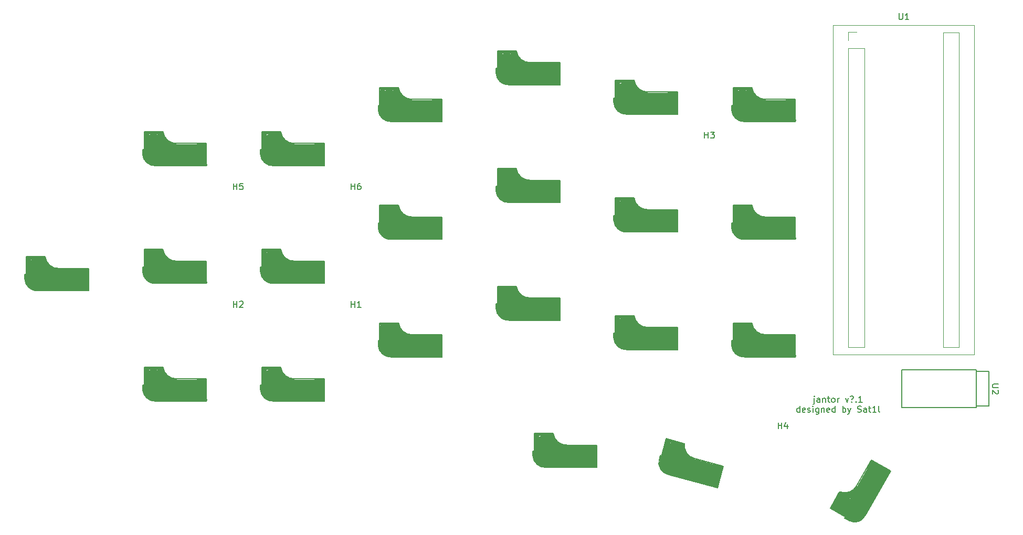
<source format=gto>
G04 #@! TF.GenerationSoftware,KiCad,Pcbnew,(6.0.7-1)-1*
G04 #@! TF.CreationDate,2022-12-09T12:24:09+10:00*
G04 #@! TF.ProjectId,jantor,6a616e74-6f72-42e6-9b69-6361645f7063,rev?*
G04 #@! TF.SameCoordinates,Original*
G04 #@! TF.FileFunction,Legend,Top*
G04 #@! TF.FilePolarity,Positive*
%FSLAX46Y46*%
G04 Gerber Fmt 4.6, Leading zero omitted, Abs format (unit mm)*
G04 Created by KiCad (PCBNEW (6.0.7-1)-1) date 2022-12-09 12:24:09*
%MOMM*%
%LPD*%
G01*
G04 APERTURE LIST*
%ADD10C,0.150000*%
%ADD11C,0.500000*%
%ADD12C,0.400000*%
%ADD13C,3.000000*%
%ADD14C,0.800000*%
%ADD15C,3.500000*%
%ADD16C,0.300000*%
%ADD17C,1.000000*%
%ADD18C,0.120000*%
G04 APERTURE END LIST*
D10*
X7424107Y-51230714D02*
X7424107Y-52087857D01*
X7376488Y-52183095D01*
X7281250Y-52230714D01*
X7233630Y-52230714D01*
X7424107Y-50897380D02*
X7376488Y-50945000D01*
X7424107Y-50992619D01*
X7471726Y-50945000D01*
X7424107Y-50897380D01*
X7424107Y-50992619D01*
X8328869Y-51897380D02*
X8328869Y-51373571D01*
X8281250Y-51278333D01*
X8186011Y-51230714D01*
X7995535Y-51230714D01*
X7900297Y-51278333D01*
X8328869Y-51849761D02*
X8233630Y-51897380D01*
X7995535Y-51897380D01*
X7900297Y-51849761D01*
X7852678Y-51754523D01*
X7852678Y-51659285D01*
X7900297Y-51564047D01*
X7995535Y-51516428D01*
X8233630Y-51516428D01*
X8328869Y-51468809D01*
X8805059Y-51230714D02*
X8805059Y-51897380D01*
X8805059Y-51325952D02*
X8852678Y-51278333D01*
X8947916Y-51230714D01*
X9090773Y-51230714D01*
X9186011Y-51278333D01*
X9233630Y-51373571D01*
X9233630Y-51897380D01*
X9566964Y-51230714D02*
X9947916Y-51230714D01*
X9709821Y-50897380D02*
X9709821Y-51754523D01*
X9757440Y-51849761D01*
X9852678Y-51897380D01*
X9947916Y-51897380D01*
X10424107Y-51897380D02*
X10328869Y-51849761D01*
X10281250Y-51802142D01*
X10233630Y-51706904D01*
X10233630Y-51421190D01*
X10281250Y-51325952D01*
X10328869Y-51278333D01*
X10424107Y-51230714D01*
X10566964Y-51230714D01*
X10662202Y-51278333D01*
X10709821Y-51325952D01*
X10757440Y-51421190D01*
X10757440Y-51706904D01*
X10709821Y-51802142D01*
X10662202Y-51849761D01*
X10566964Y-51897380D01*
X10424107Y-51897380D01*
X11186011Y-51897380D02*
X11186011Y-51230714D01*
X11186011Y-51421190D02*
X11233630Y-51325952D01*
X11281250Y-51278333D01*
X11376488Y-51230714D01*
X11471726Y-51230714D01*
X12471726Y-51230714D02*
X12709821Y-51897380D01*
X12947916Y-51230714D01*
X13471726Y-51802142D02*
X13519345Y-51849761D01*
X13471726Y-51897380D01*
X13424107Y-51849761D01*
X13471726Y-51802142D01*
X13471726Y-51897380D01*
X13281250Y-50945000D02*
X13376488Y-50897380D01*
X13614583Y-50897380D01*
X13709821Y-50945000D01*
X13757440Y-51040238D01*
X13757440Y-51135476D01*
X13709821Y-51230714D01*
X13662202Y-51278333D01*
X13566964Y-51325952D01*
X13519345Y-51373571D01*
X13471726Y-51468809D01*
X13471726Y-51516428D01*
X14186011Y-51802142D02*
X14233630Y-51849761D01*
X14186011Y-51897380D01*
X14138392Y-51849761D01*
X14186011Y-51802142D01*
X14186011Y-51897380D01*
X15186011Y-51897380D02*
X14614583Y-51897380D01*
X14900297Y-51897380D02*
X14900297Y-50897380D01*
X14805059Y-51040238D01*
X14709821Y-51135476D01*
X14614583Y-51183095D01*
X5090773Y-53507380D02*
X5090773Y-52507380D01*
X5090773Y-53459761D02*
X4995535Y-53507380D01*
X4805059Y-53507380D01*
X4709821Y-53459761D01*
X4662202Y-53412142D01*
X4614583Y-53316904D01*
X4614583Y-53031190D01*
X4662202Y-52935952D01*
X4709821Y-52888333D01*
X4805059Y-52840714D01*
X4995535Y-52840714D01*
X5090773Y-52888333D01*
X5947916Y-53459761D02*
X5852678Y-53507380D01*
X5662202Y-53507380D01*
X5566964Y-53459761D01*
X5519345Y-53364523D01*
X5519345Y-52983571D01*
X5566964Y-52888333D01*
X5662202Y-52840714D01*
X5852678Y-52840714D01*
X5947916Y-52888333D01*
X5995535Y-52983571D01*
X5995535Y-53078809D01*
X5519345Y-53174047D01*
X6376488Y-53459761D02*
X6471726Y-53507380D01*
X6662202Y-53507380D01*
X6757440Y-53459761D01*
X6805059Y-53364523D01*
X6805059Y-53316904D01*
X6757440Y-53221666D01*
X6662202Y-53174047D01*
X6519345Y-53174047D01*
X6424107Y-53126428D01*
X6376488Y-53031190D01*
X6376488Y-52983571D01*
X6424107Y-52888333D01*
X6519345Y-52840714D01*
X6662202Y-52840714D01*
X6757440Y-52888333D01*
X7233630Y-53507380D02*
X7233630Y-52840714D01*
X7233630Y-52507380D02*
X7186011Y-52555000D01*
X7233630Y-52602619D01*
X7281250Y-52555000D01*
X7233630Y-52507380D01*
X7233630Y-52602619D01*
X8138392Y-52840714D02*
X8138392Y-53650238D01*
X8090773Y-53745476D01*
X8043154Y-53793095D01*
X7947916Y-53840714D01*
X7805059Y-53840714D01*
X7709821Y-53793095D01*
X8138392Y-53459761D02*
X8043154Y-53507380D01*
X7852678Y-53507380D01*
X7757440Y-53459761D01*
X7709821Y-53412142D01*
X7662202Y-53316904D01*
X7662202Y-53031190D01*
X7709821Y-52935952D01*
X7757440Y-52888333D01*
X7852678Y-52840714D01*
X8043154Y-52840714D01*
X8138392Y-52888333D01*
X8614583Y-52840714D02*
X8614583Y-53507380D01*
X8614583Y-52935952D02*
X8662202Y-52888333D01*
X8757440Y-52840714D01*
X8900297Y-52840714D01*
X8995535Y-52888333D01*
X9043154Y-52983571D01*
X9043154Y-53507380D01*
X9900297Y-53459761D02*
X9805059Y-53507380D01*
X9614583Y-53507380D01*
X9519345Y-53459761D01*
X9471726Y-53364523D01*
X9471726Y-52983571D01*
X9519345Y-52888333D01*
X9614583Y-52840714D01*
X9805059Y-52840714D01*
X9900297Y-52888333D01*
X9947916Y-52983571D01*
X9947916Y-53078809D01*
X9471726Y-53174047D01*
X10805059Y-53507380D02*
X10805059Y-52507380D01*
X10805059Y-53459761D02*
X10709821Y-53507380D01*
X10519345Y-53507380D01*
X10424107Y-53459761D01*
X10376488Y-53412142D01*
X10328869Y-53316904D01*
X10328869Y-53031190D01*
X10376488Y-52935952D01*
X10424107Y-52888333D01*
X10519345Y-52840714D01*
X10709821Y-52840714D01*
X10805059Y-52888333D01*
X12043154Y-53507380D02*
X12043154Y-52507380D01*
X12043154Y-52888333D02*
X12138392Y-52840714D01*
X12328869Y-52840714D01*
X12424107Y-52888333D01*
X12471726Y-52935952D01*
X12519345Y-53031190D01*
X12519345Y-53316904D01*
X12471726Y-53412142D01*
X12424107Y-53459761D01*
X12328869Y-53507380D01*
X12138392Y-53507380D01*
X12043154Y-53459761D01*
X12852678Y-52840714D02*
X13090773Y-53507380D01*
X13328869Y-52840714D02*
X13090773Y-53507380D01*
X12995535Y-53745476D01*
X12947916Y-53793095D01*
X12852678Y-53840714D01*
X14424107Y-53459761D02*
X14566964Y-53507380D01*
X14805059Y-53507380D01*
X14900297Y-53459761D01*
X14947916Y-53412142D01*
X14995535Y-53316904D01*
X14995535Y-53221666D01*
X14947916Y-53126428D01*
X14900297Y-53078809D01*
X14805059Y-53031190D01*
X14614583Y-52983571D01*
X14519345Y-52935952D01*
X14471726Y-52888333D01*
X14424107Y-52793095D01*
X14424107Y-52697857D01*
X14471726Y-52602619D01*
X14519345Y-52555000D01*
X14614583Y-52507380D01*
X14852678Y-52507380D01*
X14995535Y-52555000D01*
X15852678Y-53507380D02*
X15852678Y-52983571D01*
X15805059Y-52888333D01*
X15709821Y-52840714D01*
X15519345Y-52840714D01*
X15424107Y-52888333D01*
X15852678Y-53459761D02*
X15757440Y-53507380D01*
X15519345Y-53507380D01*
X15424107Y-53459761D01*
X15376488Y-53364523D01*
X15376488Y-53269285D01*
X15424107Y-53174047D01*
X15519345Y-53126428D01*
X15757440Y-53126428D01*
X15852678Y-53078809D01*
X16186011Y-52840714D02*
X16566964Y-52840714D01*
X16328869Y-52507380D02*
X16328869Y-53364523D01*
X16376488Y-53459761D01*
X16471726Y-53507380D01*
X16566964Y-53507380D01*
X17424107Y-53507380D02*
X16852678Y-53507380D01*
X17138392Y-53507380D02*
X17138392Y-52507380D01*
X17043154Y-52650238D01*
X16947916Y-52745476D01*
X16852678Y-52793095D01*
X17995535Y-53507380D02*
X17900297Y-53459761D01*
X17852678Y-53364523D01*
X17852678Y-52507380D01*
X-67261904Y-17577380D02*
X-67261904Y-16577380D01*
X-67261904Y-17053571D02*
X-66690476Y-17053571D01*
X-66690476Y-17577380D02*
X-66690476Y-16577380D01*
X-65785714Y-16577380D02*
X-65976190Y-16577380D01*
X-66071428Y-16625000D01*
X-66119047Y-16672619D01*
X-66214285Y-16815476D01*
X-66261904Y-17005952D01*
X-66261904Y-17386904D01*
X-66214285Y-17482142D01*
X-66166666Y-17529761D01*
X-66071428Y-17577380D01*
X-65880952Y-17577380D01*
X-65785714Y-17529761D01*
X-65738095Y-17482142D01*
X-65690476Y-17386904D01*
X-65690476Y-17148809D01*
X-65738095Y-17053571D01*
X-65785714Y-17005952D01*
X-65880952Y-16958333D01*
X-66071428Y-16958333D01*
X-66166666Y-17005952D01*
X-66214285Y-17053571D01*
X-66261904Y-17148809D01*
X21108095Y10888869D02*
X21108095Y10079345D01*
X21155714Y9984107D01*
X21203333Y9936488D01*
X21298571Y9888869D01*
X21489047Y9888869D01*
X21584285Y9936488D01*
X21631904Y9984107D01*
X21679523Y10079345D01*
X21679523Y10888869D01*
X22679523Y9888869D02*
X22108095Y9888869D01*
X22393809Y9888869D02*
X22393809Y10888869D01*
X22298571Y10746011D01*
X22203333Y10650773D01*
X22108095Y10603154D01*
X1613095Y-56171130D02*
X1613095Y-55171130D01*
X1613095Y-55647321D02*
X2184523Y-55647321D01*
X2184523Y-56171130D02*
X2184523Y-55171130D01*
X3089285Y-55504464D02*
X3089285Y-56171130D01*
X2851190Y-55123511D02*
X2613095Y-55837797D01*
X3232142Y-55837797D01*
X-86261904Y-17577380D02*
X-86261904Y-16577380D01*
X-86261904Y-17053571D02*
X-85690476Y-17053571D01*
X-85690476Y-17577380D02*
X-85690476Y-16577380D01*
X-84738095Y-16577380D02*
X-85214285Y-16577380D01*
X-85261904Y-17053571D01*
X-85214285Y-17005952D01*
X-85119047Y-16958333D01*
X-84880952Y-16958333D01*
X-84785714Y-17005952D01*
X-84738095Y-17053571D01*
X-84690476Y-17148809D01*
X-84690476Y-17386904D01*
X-84738095Y-17482142D01*
X-84785714Y-17529761D01*
X-84880952Y-17577380D01*
X-85119047Y-17577380D01*
X-85214285Y-17529761D01*
X-85261904Y-17482142D01*
X-86261904Y-36577380D02*
X-86261904Y-35577380D01*
X-86261904Y-36053571D02*
X-85690476Y-36053571D01*
X-85690476Y-36577380D02*
X-85690476Y-35577380D01*
X-85261904Y-35672619D02*
X-85214285Y-35625000D01*
X-85119047Y-35577380D01*
X-84880952Y-35577380D01*
X-84785714Y-35625000D01*
X-84738095Y-35672619D01*
X-84690476Y-35767857D01*
X-84690476Y-35863095D01*
X-84738095Y-36005952D01*
X-85309523Y-36577380D01*
X-84690476Y-36577380D01*
X37160119Y-48975595D02*
X36350595Y-48975595D01*
X36255357Y-49023214D01*
X36207738Y-49070833D01*
X36160119Y-49166071D01*
X36160119Y-49356547D01*
X36207738Y-49451785D01*
X36255357Y-49499404D01*
X36350595Y-49547023D01*
X37160119Y-49547023D01*
X37064880Y-49975595D02*
X37112500Y-50023214D01*
X37160119Y-50118452D01*
X37160119Y-50356547D01*
X37112500Y-50451785D01*
X37064880Y-50499404D01*
X36969642Y-50547023D01*
X36874404Y-50547023D01*
X36731547Y-50499404D01*
X36160119Y-49927976D01*
X36160119Y-50547023D01*
X-10261904Y-9264880D02*
X-10261904Y-8264880D01*
X-10261904Y-8741071D02*
X-9690476Y-8741071D01*
X-9690476Y-9264880D02*
X-9690476Y-8264880D01*
X-9309523Y-8264880D02*
X-8690476Y-8264880D01*
X-9023809Y-8645833D01*
X-8880952Y-8645833D01*
X-8785714Y-8693452D01*
X-8738095Y-8741071D01*
X-8690476Y-8836309D01*
X-8690476Y-9074404D01*
X-8738095Y-9169642D01*
X-8785714Y-9217261D01*
X-8880952Y-9264880D01*
X-9166666Y-9264880D01*
X-9261904Y-9217261D01*
X-9309523Y-9169642D01*
X-67261904Y-36577380D02*
X-67261904Y-35577380D01*
X-67261904Y-36053571D02*
X-66690476Y-36053571D01*
X-66690476Y-36577380D02*
X-66690476Y-35577380D01*
X-65690476Y-36577380D02*
X-66261904Y-36577380D01*
X-65976190Y-36577380D02*
X-65976190Y-35577380D01*
X-66071428Y-35720238D01*
X-66166666Y-35815476D01*
X-66261904Y-35863095D01*
D11*
X-5450000Y-20300000D02*
X-3000000Y-20300000D01*
X4200000Y-22250000D02*
X2900000Y-22300000D01*
D10*
X-400000Y-22000000D02*
X4400000Y-22000000D01*
X4400000Y-25600000D02*
X-3800001Y-25600000D01*
D12*
X4250000Y-25400000D02*
X3000000Y-25400000D01*
D13*
X-4170000Y-24100000D02*
X-4170000Y-21860000D01*
D14*
X-5300000Y-20600000D02*
X-5300000Y-22399999D01*
D10*
X4380000Y-23000000D02*
X4380000Y-25250000D01*
X-5900000Y-22950000D02*
X-5700000Y-22950000D01*
D15*
X2600000Y-23800000D02*
X-4100000Y-23800000D01*
D10*
X4400000Y-22000000D02*
X4400000Y-25600000D01*
D16*
X-5800000Y-23050000D02*
X-5800000Y-23700000D01*
D10*
X-5650000Y-20100000D02*
X-2620000Y-20100000D01*
X-5900000Y-23700000D02*
X-5900000Y-22950000D01*
D17*
X3900000Y-25000000D02*
X3900000Y-22500000D01*
D10*
X-5650000Y-24550000D02*
X-5650000Y-20100000D01*
X-2616318Y-20121471D02*
G75*
G03*
X-400000Y-22000000I2151317J291470D01*
G01*
X-5899999Y-23699999D02*
G75*
G03*
X-3800001Y-25600000I1999998J99997D01*
G01*
D17*
X-3016318Y-20521471D02*
G75*
G03*
X-800000Y-22400000I2151317J291470D01*
G01*
D10*
X-43900000Y-36762500D02*
X-43900000Y-36012500D01*
D11*
X-43450000Y-33362500D02*
X-41000000Y-33362500D01*
D16*
X-43800000Y-36112500D02*
X-43800000Y-36762500D01*
D10*
X-43900000Y-36012500D02*
X-43700000Y-36012500D01*
D11*
X-33800000Y-35312500D02*
X-35100000Y-35362500D01*
D10*
X-33600000Y-38662500D02*
X-41800001Y-38662500D01*
D13*
X-42170000Y-37162500D02*
X-42170000Y-34922500D01*
D10*
X-33600000Y-35062500D02*
X-33600000Y-38662500D01*
X-43650000Y-33162500D02*
X-40620000Y-33162500D01*
X-43650000Y-37612500D02*
X-43650000Y-33162500D01*
X-38400000Y-35062500D02*
X-33600000Y-35062500D01*
D12*
X-33750000Y-38462500D02*
X-35000000Y-38462500D01*
D14*
X-43300000Y-33662500D02*
X-43300000Y-35462499D01*
D17*
X-34100000Y-38062500D02*
X-34100000Y-35562500D01*
D10*
X-33620000Y-36062500D02*
X-33620000Y-38312500D01*
D15*
X-35400000Y-36862500D02*
X-42100000Y-36862500D01*
D10*
X-43899999Y-36762499D02*
G75*
G03*
X-41800001Y-38662500I1999998J99997D01*
G01*
D17*
X-41016318Y-33583971D02*
G75*
G03*
X-38800000Y-35462500I2151317J291470D01*
G01*
D10*
X-40616318Y-33183971D02*
G75*
G03*
X-38400000Y-35062500I2151317J291470D01*
G01*
X-14600000Y-39812500D02*
X-14600000Y-43412500D01*
D13*
X-23170000Y-41912500D02*
X-23170000Y-39672500D01*
D11*
X-24450000Y-38112500D02*
X-22000000Y-38112500D01*
D17*
X-15100000Y-42812500D02*
X-15100000Y-40312500D01*
D15*
X-16400000Y-41612500D02*
X-23100000Y-41612500D01*
D10*
X-19400000Y-39812500D02*
X-14600000Y-39812500D01*
X-24650000Y-37912500D02*
X-21620000Y-37912500D01*
D16*
X-24800000Y-40862500D02*
X-24800000Y-41512500D01*
D10*
X-24900000Y-41512500D02*
X-24900000Y-40762500D01*
X-14600000Y-43412500D02*
X-22800001Y-43412500D01*
X-14620000Y-40812500D02*
X-14620000Y-43062500D01*
D12*
X-14750000Y-43212500D02*
X-16000000Y-43212500D01*
D10*
X-24900000Y-40762500D02*
X-24700000Y-40762500D01*
X-24650000Y-42362500D02*
X-24650000Y-37912500D01*
D11*
X-14800000Y-40062500D02*
X-16100000Y-40112500D01*
D14*
X-24300000Y-38412500D02*
X-24300000Y-40212499D01*
D10*
X-21616318Y-37933971D02*
G75*
G03*
X-19400000Y-39812500I2151317J291470D01*
G01*
D17*
X-22016318Y-38333971D02*
G75*
G03*
X-19800000Y-40212500I2151317J291470D01*
G01*
D10*
X-24899999Y-41512499D02*
G75*
G03*
X-22800001Y-43412500I1999998J99997D01*
G01*
D17*
X-34100000Y-19062500D02*
X-34100000Y-16562500D01*
D10*
X-43900000Y-17012500D02*
X-43700000Y-17012500D01*
D16*
X-43800000Y-17112500D02*
X-43800000Y-17762500D01*
D11*
X-33800000Y-16312500D02*
X-35100000Y-16362500D01*
D10*
X-33600000Y-19662500D02*
X-41800001Y-19662500D01*
D14*
X-43300000Y-14662500D02*
X-43300000Y-16462499D01*
D12*
X-33750000Y-19462500D02*
X-35000000Y-19462500D01*
D10*
X-33620000Y-17062500D02*
X-33620000Y-19312500D01*
X-43650000Y-14162500D02*
X-40620000Y-14162500D01*
X-43650000Y-18612500D02*
X-43650000Y-14162500D01*
X-38400000Y-16062500D02*
X-33600000Y-16062500D01*
D13*
X-42170000Y-18162500D02*
X-42170000Y-15922500D01*
D11*
X-43450000Y-14362500D02*
X-41000000Y-14362500D01*
D15*
X-35400000Y-17862500D02*
X-42100000Y-17862500D01*
D10*
X-33600000Y-16062500D02*
X-33600000Y-19662500D01*
X-43900000Y-17762500D02*
X-43900000Y-17012500D01*
X-43899999Y-17762499D02*
G75*
G03*
X-41800001Y-19662500I1999998J99997D01*
G01*
X-40616318Y-14183971D02*
G75*
G03*
X-38400000Y-16062500I2151317J291470D01*
G01*
D17*
X-41016318Y-14583971D02*
G75*
G03*
X-38800000Y-16462500I2151317J291470D01*
G01*
D15*
X-35400000Y1137500D02*
X-42100000Y1137500D01*
D10*
X-43900000Y1237500D02*
X-43900000Y1987500D01*
X-43900000Y1987500D02*
X-43700000Y1987500D01*
X-33620000Y1937500D02*
X-33620000Y-312500D01*
D11*
X-43450000Y4637500D02*
X-41000000Y4637500D01*
X-33800000Y2687500D02*
X-35100000Y2637500D01*
D10*
X-33600000Y-662500D02*
X-41800001Y-662500D01*
D14*
X-43300000Y4337500D02*
X-43300000Y2537501D01*
D12*
X-33750000Y-462500D02*
X-35000000Y-462500D01*
D16*
X-43800000Y1887500D02*
X-43800000Y1237500D01*
D10*
X-38400000Y2937500D02*
X-33600000Y2937500D01*
X-43650000Y387500D02*
X-43650000Y4837500D01*
D13*
X-42170000Y837500D02*
X-42170000Y3077500D01*
D10*
X-33600000Y2937500D02*
X-33600000Y-662500D01*
D17*
X-34100000Y-62500D02*
X-34100000Y2437500D01*
D10*
X-43650000Y4837500D02*
X-40620000Y4837500D01*
X-43899999Y1237501D02*
G75*
G03*
X-41800001Y-662500I1999998J99997D01*
G01*
D17*
X-41016318Y4416029D02*
G75*
G03*
X-38800000Y2537500I2151317J291470D01*
G01*
D10*
X-40616318Y4816029D02*
G75*
G03*
X-38400000Y2937500I2151317J291470D01*
G01*
X-90600000Y-29125000D02*
X-90600000Y-32725000D01*
X-100650000Y-31675000D02*
X-100650000Y-27225000D01*
D17*
X-91100000Y-32125000D02*
X-91100000Y-29625000D01*
D10*
X-90600000Y-32725000D02*
X-98800001Y-32725000D01*
X-100900000Y-30075000D02*
X-100700000Y-30075000D01*
D14*
X-100300000Y-27725000D02*
X-100300000Y-29524999D01*
D10*
X-90620000Y-30125000D02*
X-90620000Y-32375000D01*
D11*
X-100450000Y-27425000D02*
X-98000000Y-27425000D01*
X-90800000Y-29375000D02*
X-92100000Y-29425000D01*
D13*
X-99170000Y-31225000D02*
X-99170000Y-28985000D01*
D10*
X-100900000Y-30825000D02*
X-100900000Y-30075000D01*
D16*
X-100800000Y-30175000D02*
X-100800000Y-30825000D01*
D15*
X-92400000Y-30925000D02*
X-99100000Y-30925000D01*
D10*
X-100650000Y-27225000D02*
X-97620000Y-27225000D01*
X-95400000Y-29125000D02*
X-90600000Y-29125000D01*
D12*
X-90750000Y-32525000D02*
X-92000000Y-32525000D01*
D10*
X-97616318Y-27246471D02*
G75*
G03*
X-95400000Y-29125000I2151317J291470D01*
G01*
D17*
X-98016318Y-27646471D02*
G75*
G03*
X-95800000Y-29525000I2151317J291470D01*
G01*
D10*
X-100899999Y-30824999D02*
G75*
G03*
X-98800001Y-32725000I1999998J99997D01*
G01*
D12*
X4250000Y-6400000D02*
X3000000Y-6400000D01*
D11*
X-5450000Y-1300000D02*
X-3000000Y-1300000D01*
D14*
X-5300000Y-1600000D02*
X-5300000Y-3399999D01*
D16*
X-5800000Y-4050000D02*
X-5800000Y-4700000D01*
D10*
X4380000Y-4000000D02*
X4380000Y-6250000D01*
D17*
X3900000Y-6000000D02*
X3900000Y-3500000D01*
D10*
X-5900000Y-4700000D02*
X-5900000Y-3950000D01*
D15*
X2600000Y-4800000D02*
X-4100000Y-4800000D01*
D10*
X-5900000Y-3950000D02*
X-5700000Y-3950000D01*
X-400000Y-3000000D02*
X4400000Y-3000000D01*
X4400000Y-3000000D02*
X4400000Y-6600000D01*
D11*
X4200000Y-3250000D02*
X2900000Y-3300000D01*
D10*
X-5650000Y-1100000D02*
X-2620000Y-1100000D01*
D13*
X-4170000Y-5100000D02*
X-4170000Y-2860000D01*
D10*
X4400000Y-6600000D02*
X-3800001Y-6600000D01*
X-5650000Y-5550000D02*
X-5650000Y-1100000D01*
X-2616318Y-1121471D02*
G75*
G03*
X-400000Y-3000000I2151317J291470D01*
G01*
X-5899999Y-4699999D02*
G75*
G03*
X-3800001Y-6600000I1999998J99997D01*
G01*
D17*
X-3016318Y-1521471D02*
G75*
G03*
X-800000Y-3400000I2151317J291470D01*
G01*
D10*
X-52600000Y-22000000D02*
X-52600000Y-25600000D01*
X-62900000Y-22950000D02*
X-62700000Y-22950000D01*
D17*
X-53100000Y-25000000D02*
X-53100000Y-22500000D01*
D16*
X-62800000Y-23050000D02*
X-62800000Y-23700000D01*
D13*
X-61170000Y-24100000D02*
X-61170000Y-21860000D01*
D10*
X-52600000Y-25600000D02*
X-60800001Y-25600000D01*
X-62900000Y-23700000D02*
X-62900000Y-22950000D01*
D15*
X-54400000Y-23800000D02*
X-61100000Y-23800000D01*
D10*
X-62650000Y-24550000D02*
X-62650000Y-20100000D01*
D11*
X-52800000Y-22250000D02*
X-54100000Y-22300000D01*
D14*
X-62300000Y-20600000D02*
X-62300000Y-22399999D01*
D10*
X-52620000Y-23000000D02*
X-52620000Y-25250000D01*
X-57400000Y-22000000D02*
X-52600000Y-22000000D01*
D11*
X-62450000Y-20300000D02*
X-60000000Y-20300000D01*
D12*
X-52750000Y-25400000D02*
X-54000000Y-25400000D01*
D10*
X-62650000Y-20100000D02*
X-59620000Y-20100000D01*
X-59616318Y-20121471D02*
G75*
G03*
X-57400000Y-22000000I2151317J291470D01*
G01*
D17*
X-60016318Y-20521471D02*
G75*
G03*
X-57800000Y-22400000I2151317J291470D01*
G01*
D10*
X-62899999Y-23699999D02*
G75*
G03*
X-60800001Y-25600000I1999998J99997D01*
G01*
X-37962500Y-59762500D02*
X-37762500Y-59762500D01*
D11*
X-37512500Y-57112500D02*
X-35062500Y-57112500D01*
D10*
X-27682500Y-59812500D02*
X-27682500Y-62062500D01*
D13*
X-36232500Y-60912500D02*
X-36232500Y-58672500D01*
D10*
X-27662500Y-58812500D02*
X-27662500Y-62412500D01*
X-32462500Y-58812500D02*
X-27662500Y-58812500D01*
D17*
X-28162500Y-61812500D02*
X-28162500Y-59312500D01*
D12*
X-27812500Y-62212500D02*
X-29062500Y-62212500D01*
D10*
X-37712500Y-61362500D02*
X-37712500Y-56912500D01*
D11*
X-27862500Y-59062500D02*
X-29162500Y-59112500D01*
D14*
X-37362500Y-57412500D02*
X-37362500Y-59212499D01*
D10*
X-27662500Y-62412500D02*
X-35862501Y-62412500D01*
D15*
X-29462500Y-60612500D02*
X-36162500Y-60612500D01*
D16*
X-37862500Y-59862500D02*
X-37862500Y-60512500D01*
D10*
X-37712500Y-56912500D02*
X-34682500Y-56912500D01*
X-37962500Y-60512500D02*
X-37962500Y-59762500D01*
D17*
X-35078818Y-57333971D02*
G75*
G03*
X-32862500Y-59212500I2151317J291470D01*
G01*
D10*
X-34678818Y-56933971D02*
G75*
G03*
X-32462500Y-58812500I2151317J291470D01*
G01*
X-37962499Y-60512499D02*
G75*
G03*
X-35862501Y-62412500I1999998J99997D01*
G01*
X-71600000Y-29125000D02*
X-71600000Y-32725000D01*
D13*
X-80170000Y-31225000D02*
X-80170000Y-28985000D01*
D15*
X-73400000Y-30925000D02*
X-80100000Y-30925000D01*
D10*
X-81650000Y-27225000D02*
X-78620000Y-27225000D01*
X-81900000Y-30825000D02*
X-81900000Y-30075000D01*
X-81650000Y-31675000D02*
X-81650000Y-27225000D01*
X-81900000Y-30075000D02*
X-81700000Y-30075000D01*
D11*
X-71800000Y-29375000D02*
X-73100000Y-29425000D01*
X-81450000Y-27425000D02*
X-79000000Y-27425000D01*
D16*
X-81800000Y-30175000D02*
X-81800000Y-30825000D01*
D10*
X-71620000Y-30125000D02*
X-71620000Y-32375000D01*
D14*
X-81300000Y-27725000D02*
X-81300000Y-29524999D01*
D12*
X-71750000Y-32525000D02*
X-73000000Y-32525000D01*
D17*
X-72100000Y-32125000D02*
X-72100000Y-29625000D01*
D10*
X-76400000Y-29125000D02*
X-71600000Y-29125000D01*
X-71600000Y-32725000D02*
X-79800001Y-32725000D01*
X-78616318Y-27246471D02*
G75*
G03*
X-76400000Y-29125000I2151317J291470D01*
G01*
D17*
X-79016318Y-27646471D02*
G75*
G03*
X-76800000Y-29525000I2151317J291470D01*
G01*
D10*
X-81899999Y-30824999D02*
G75*
G03*
X-79800001Y-32725000I1999998J99997D01*
G01*
D18*
X10495000Y-44173750D02*
X10495000Y8976250D01*
X28220000Y7801250D02*
X30760000Y7801250D01*
X12920000Y7861250D02*
X14250000Y7861250D01*
X33245000Y8976250D02*
X33245000Y-44173750D01*
X12920000Y-43058750D02*
X12920000Y5261250D01*
X15580000Y-43058750D02*
X12920000Y-43058750D01*
X12920000Y6531250D02*
X12920000Y7861250D01*
X15580000Y5261250D02*
X15580000Y-43058750D01*
X30760000Y-42998750D02*
X28220000Y-42998750D01*
X10495000Y8976250D02*
X33245000Y8976250D01*
X12920000Y5261250D02*
X15580000Y5261250D01*
X30760000Y7801250D02*
X30760000Y-42998750D01*
X33245000Y-44173750D02*
X10495000Y-44173750D01*
X28220000Y-42998750D02*
X28220000Y7801250D01*
D10*
X-71600000Y-48125000D02*
X-71600000Y-51725000D01*
X-81900000Y-49075000D02*
X-81700000Y-49075000D01*
X-71600000Y-51725000D02*
X-79800001Y-51725000D01*
X-81650000Y-50675000D02*
X-81650000Y-46225000D01*
D11*
X-71800000Y-48375000D02*
X-73100000Y-48425000D01*
D17*
X-72100000Y-51125000D02*
X-72100000Y-48625000D01*
D11*
X-81450000Y-46425000D02*
X-79000000Y-46425000D01*
D12*
X-71750000Y-51525000D02*
X-73000000Y-51525000D01*
D15*
X-73400000Y-49925000D02*
X-80100000Y-49925000D01*
D16*
X-81800000Y-49175000D02*
X-81800000Y-49825000D01*
D10*
X-71620000Y-49125000D02*
X-71620000Y-51375000D01*
D14*
X-81300000Y-46725000D02*
X-81300000Y-48524999D01*
D10*
X-81900000Y-49825000D02*
X-81900000Y-49075000D01*
X-81650000Y-46225000D02*
X-78620000Y-46225000D01*
D13*
X-80170000Y-50225000D02*
X-80170000Y-47985000D01*
D10*
X-76400000Y-48125000D02*
X-71600000Y-48125000D01*
X-78616318Y-46246471D02*
G75*
G03*
X-76400000Y-48125000I2151317J291470D01*
G01*
D17*
X-79016318Y-46646471D02*
G75*
G03*
X-76800000Y-48525000I2151317J291470D01*
G01*
D10*
X-81899999Y-49824999D02*
G75*
G03*
X-79800001Y-51725000I1999998J99997D01*
G01*
D11*
X-90800000Y-48375000D02*
X-92100000Y-48425000D01*
D10*
X-90600000Y-51725000D02*
X-98800001Y-51725000D01*
D12*
X-90750000Y-51525000D02*
X-92000000Y-51525000D01*
D11*
X-100450000Y-46425000D02*
X-98000000Y-46425000D01*
D13*
X-99170000Y-50225000D02*
X-99170000Y-47985000D01*
D10*
X-100900000Y-49825000D02*
X-100900000Y-49075000D01*
D14*
X-100300000Y-46725000D02*
X-100300000Y-48524999D01*
D10*
X-90600000Y-48125000D02*
X-90600000Y-51725000D01*
X-100650000Y-46225000D02*
X-97620000Y-46225000D01*
D15*
X-92400000Y-49925000D02*
X-99100000Y-49925000D01*
D10*
X-95400000Y-48125000D02*
X-90600000Y-48125000D01*
D16*
X-100800000Y-49175000D02*
X-100800000Y-49825000D01*
D17*
X-91100000Y-51125000D02*
X-91100000Y-48625000D01*
D10*
X-100650000Y-50675000D02*
X-100650000Y-46225000D01*
X-100900000Y-49075000D02*
X-100700000Y-49075000D01*
X-90620000Y-49125000D02*
X-90620000Y-51375000D01*
X-100899999Y-49824999D02*
G75*
G03*
X-98800001Y-51725000I1999998J99997D01*
G01*
X-97616318Y-46246471D02*
G75*
G03*
X-95400000Y-48125000I2151317J291470D01*
G01*
D17*
X-98016318Y-46646471D02*
G75*
G03*
X-95800000Y-48525000I2151317J291470D01*
G01*
D12*
X-52750000Y-6400000D02*
X-54000000Y-6400000D01*
D10*
X-62650000Y-1100000D02*
X-59620000Y-1100000D01*
D11*
X-52800000Y-3250000D02*
X-54100000Y-3300000D01*
X-62450000Y-1300000D02*
X-60000000Y-1300000D01*
D10*
X-52600000Y-3000000D02*
X-52600000Y-6600000D01*
X-52600000Y-6600000D02*
X-60800001Y-6600000D01*
X-62900000Y-4700000D02*
X-62900000Y-3950000D01*
X-57400000Y-3000000D02*
X-52600000Y-3000000D01*
X-52620000Y-4000000D02*
X-52620000Y-6250000D01*
D13*
X-61170000Y-5100000D02*
X-61170000Y-2860000D01*
D10*
X-62650000Y-5550000D02*
X-62650000Y-1100000D01*
D14*
X-62300000Y-1600000D02*
X-62300000Y-3399999D01*
D10*
X-62900000Y-3950000D02*
X-62700000Y-3950000D01*
D17*
X-53100000Y-6000000D02*
X-53100000Y-3500000D01*
D15*
X-54400000Y-4800000D02*
X-61100000Y-4800000D01*
D16*
X-62800000Y-4050000D02*
X-62800000Y-4700000D01*
D10*
X-59616318Y-1121471D02*
G75*
G03*
X-57400000Y-3000000I2151317J291470D01*
G01*
X-62899999Y-4699999D02*
G75*
G03*
X-60800001Y-6600000I1999998J99997D01*
G01*
D17*
X-60016318Y-1521471D02*
G75*
G03*
X-57800000Y-3400000I2151317J291470D01*
G01*
D10*
X10002628Y-68974294D02*
X11517628Y-66350237D01*
X16673076Y-61220738D02*
X19790768Y-63020738D01*
X13856441Y-71199294D02*
X10002628Y-68974294D01*
X12345800Y-70615800D02*
X12445800Y-70442595D01*
D17*
X19021152Y-63153751D02*
X16856089Y-61903751D01*
D10*
X17529102Y-61738059D02*
X19477659Y-62863059D01*
D11*
X10275833Y-68901088D02*
X11500833Y-66779326D01*
D10*
X12995319Y-70990800D02*
X12345800Y-70615800D01*
D14*
X10610641Y-68921185D02*
X12169486Y-69821184D01*
D11*
X16789583Y-61518943D02*
X16182884Y-62669776D01*
D12*
X19542563Y-63050642D02*
X18917563Y-64133174D01*
D10*
X14273076Y-65377660D02*
X16673076Y-61220738D01*
D15*
X17331922Y-63679584D02*
X13981922Y-69481954D01*
D10*
X19790768Y-63020738D02*
X15690767Y-70122147D01*
D16*
X12482403Y-70579197D02*
X13045319Y-70904197D01*
D13*
X14206730Y-69692576D02*
X12266833Y-68572576D01*
D10*
X12995319Y-70990798D02*
G75*
G03*
X15690767Y-70122147I913399J1782047D01*
G01*
X11538063Y-66357784D02*
G75*
G03*
X14273076Y-65377660I823238J2008831D01*
G01*
D17*
X11684474Y-66904193D02*
G75*
G03*
X14419486Y-65924070I823238J2008830D01*
G01*
D10*
X-114400000Y-30312500D02*
X-109600000Y-30312500D01*
D16*
X-119800000Y-31362500D02*
X-119800000Y-32012500D01*
D14*
X-119300000Y-28912500D02*
X-119300000Y-30712499D01*
D10*
X-109600000Y-30312500D02*
X-109600000Y-33912500D01*
X-109620000Y-31312500D02*
X-109620000Y-33562500D01*
D11*
X-109800000Y-30562500D02*
X-111100000Y-30612500D01*
D10*
X-119900000Y-31262500D02*
X-119700000Y-31262500D01*
X-119650000Y-32862500D02*
X-119650000Y-28412500D01*
D12*
X-109750000Y-33712500D02*
X-111000000Y-33712500D01*
D10*
X-119650000Y-28412500D02*
X-116620000Y-28412500D01*
D17*
X-110100000Y-33312500D02*
X-110100000Y-30812500D01*
D10*
X-109600000Y-33912500D02*
X-117800001Y-33912500D01*
D15*
X-111400000Y-32112500D02*
X-118100000Y-32112500D01*
D11*
X-119450000Y-28612500D02*
X-117000000Y-28612500D01*
D13*
X-118170000Y-32412500D02*
X-118170000Y-30172500D01*
D10*
X-119900000Y-32012500D02*
X-119900000Y-31262500D01*
X-116616318Y-28433971D02*
G75*
G03*
X-114400000Y-30312500I2151317J291470D01*
G01*
D17*
X-117016318Y-28833971D02*
G75*
G03*
X-114800000Y-30712500I2151317J291470D01*
G01*
D10*
X-119899999Y-32012499D02*
G75*
G03*
X-117800001Y-33912500I1999998J99997D01*
G01*
D15*
X-9418424Y-63496873D02*
X-15890127Y-61762786D01*
D10*
X-7213883Y-62224081D02*
X-8145632Y-65701414D01*
D12*
X-8238757Y-65469406D02*
X-9446164Y-65145882D01*
D14*
X-16221017Y-58361240D02*
X-16686891Y-60099906D01*
D10*
X-17602912Y-61200319D02*
X-17408798Y-60475875D01*
D16*
X-17338087Y-60598349D02*
X-17506319Y-61226201D01*
D10*
X-16429682Y-57787691D02*
X-13502927Y-58571913D01*
D17*
X-8473304Y-64992449D02*
X-7826256Y-62577635D01*
D11*
X-7471773Y-62413799D02*
X-8740418Y-62125630D01*
D10*
X-11850327Y-60981750D02*
X-7213883Y-62224081D01*
X-7492021Y-63184831D02*
X-8074364Y-65358164D01*
D11*
X-16288261Y-58032640D02*
X-13921742Y-58666746D01*
D10*
X-17408798Y-60475875D02*
X-17215612Y-60527638D01*
X-8145632Y-65701414D02*
X-16066225Y-63579098D01*
D13*
X-16035388Y-62034446D02*
X-15455633Y-59870772D01*
D10*
X-17581427Y-62086061D02*
X-16429682Y-57787691D01*
D17*
X-13994826Y-58876448D02*
G75*
G03*
X-12340225Y-61264593I2153452J-275263D01*
G01*
D10*
X-17602912Y-61200318D02*
G75*
G03*
X-16066225Y-63579098I1957732J-421048D01*
G01*
X-13504929Y-58593605D02*
G75*
G03*
X-11850327Y-60981750I2153452J-275263D01*
G01*
D17*
X-15100000Y-23812500D02*
X-15100000Y-21312500D01*
D10*
X-19400000Y-20812500D02*
X-14600000Y-20812500D01*
X-14620000Y-21812500D02*
X-14620000Y-24062500D01*
D14*
X-24300000Y-19412500D02*
X-24300000Y-21212499D01*
D13*
X-23170000Y-22912500D02*
X-23170000Y-20672500D01*
D16*
X-24800000Y-21862500D02*
X-24800000Y-22512500D01*
D10*
X-14600000Y-20812500D02*
X-14600000Y-24412500D01*
X-14600000Y-24412500D02*
X-22800001Y-24412500D01*
D11*
X-14800000Y-21062500D02*
X-16100000Y-21112500D01*
X-24450000Y-19112500D02*
X-22000000Y-19112500D01*
D10*
X-24900000Y-22512500D02*
X-24900000Y-21762500D01*
D12*
X-14750000Y-24212500D02*
X-16000000Y-24212500D01*
D10*
X-24650000Y-23362500D02*
X-24650000Y-18912500D01*
X-24650000Y-18912500D02*
X-21620000Y-18912500D01*
D15*
X-16400000Y-22612500D02*
X-23100000Y-22612500D01*
D10*
X-24900000Y-21762500D02*
X-24700000Y-21762500D01*
D17*
X-22016318Y-19333971D02*
G75*
G03*
X-19800000Y-21212500I2151317J291470D01*
G01*
D10*
X-21616318Y-18933971D02*
G75*
G03*
X-19400000Y-20812500I2151317J291470D01*
G01*
X-24899999Y-22512499D02*
G75*
G03*
X-22800001Y-24412500I1999998J99997D01*
G01*
X35612500Y-52537500D02*
X35612500Y-46937500D01*
X33612500Y-46687500D02*
X21512500Y-46687500D01*
X33612500Y-52537500D02*
X35612500Y-52537500D01*
X21512500Y-52787500D02*
X21512500Y-46687500D01*
X33612500Y-52787500D02*
X33612500Y-46687500D01*
X33612500Y-52787500D02*
X21512500Y-52787500D01*
X33612500Y-46937500D02*
X35612500Y-46937500D01*
D16*
X-100800000Y-11175000D02*
X-100800000Y-11825000D01*
D10*
X-90600000Y-10125000D02*
X-90600000Y-13725000D01*
D15*
X-92400000Y-11925000D02*
X-99100000Y-11925000D01*
D11*
X-90800000Y-10375000D02*
X-92100000Y-10425000D01*
D10*
X-100650000Y-8225000D02*
X-97620000Y-8225000D01*
X-90620000Y-11125000D02*
X-90620000Y-13375000D01*
X-100900000Y-11075000D02*
X-100700000Y-11075000D01*
D12*
X-90750000Y-13525000D02*
X-92000000Y-13525000D01*
D10*
X-95400000Y-10125000D02*
X-90600000Y-10125000D01*
X-100650000Y-12675000D02*
X-100650000Y-8225000D01*
X-90600000Y-13725000D02*
X-98800001Y-13725000D01*
D17*
X-91100000Y-13125000D02*
X-91100000Y-10625000D01*
D14*
X-100300000Y-8725000D02*
X-100300000Y-10524999D01*
D10*
X-100900000Y-11825000D02*
X-100900000Y-11075000D01*
D11*
X-100450000Y-8425000D02*
X-98000000Y-8425000D01*
D13*
X-99170000Y-12225000D02*
X-99170000Y-9985000D01*
D17*
X-98016318Y-8646471D02*
G75*
G03*
X-95800000Y-10525000I2151317J291470D01*
G01*
D10*
X-100899999Y-11824999D02*
G75*
G03*
X-98800001Y-13725000I1999998J99997D01*
G01*
X-97616318Y-8246471D02*
G75*
G03*
X-95400000Y-10125000I2151317J291470D01*
G01*
D14*
X-24300000Y-412500D02*
X-24300000Y-2212499D01*
D10*
X-24900000Y-2762500D02*
X-24700000Y-2762500D01*
X-24650000Y87500D02*
X-21620000Y87500D01*
X-24900000Y-3512500D02*
X-24900000Y-2762500D01*
D11*
X-14800000Y-2062500D02*
X-16100000Y-2112500D01*
X-24450000Y-112500D02*
X-22000000Y-112500D01*
D10*
X-19400000Y-1812500D02*
X-14600000Y-1812500D01*
X-14600000Y-5412500D02*
X-22800001Y-5412500D01*
D16*
X-24800000Y-2862500D02*
X-24800000Y-3512500D01*
D13*
X-23170000Y-3912500D02*
X-23170000Y-1672500D01*
D10*
X-24650000Y-4362500D02*
X-24650000Y87500D01*
X-14600000Y-1812500D02*
X-14600000Y-5412500D01*
D12*
X-14750000Y-5212500D02*
X-16000000Y-5212500D01*
D10*
X-14620000Y-2812500D02*
X-14620000Y-5062500D01*
D15*
X-16400000Y-3612500D02*
X-23100000Y-3612500D01*
D17*
X-15100000Y-4812500D02*
X-15100000Y-2312500D01*
D10*
X-21616318Y66029D02*
G75*
G03*
X-19400000Y-1812500I2151317J291470D01*
G01*
D17*
X-22016318Y-333971D02*
G75*
G03*
X-19800000Y-2212500I2151317J291470D01*
G01*
D10*
X-24899999Y-3512499D02*
G75*
G03*
X-22800001Y-5412500I1999998J99997D01*
G01*
D12*
X4250000Y-44400000D02*
X3000000Y-44400000D01*
D10*
X4400000Y-41000000D02*
X4400000Y-44600000D01*
X-400000Y-41000000D02*
X4400000Y-41000000D01*
D14*
X-5300000Y-39600000D02*
X-5300000Y-41399999D01*
D10*
X-5650000Y-39100000D02*
X-2620000Y-39100000D01*
X-5900000Y-42700000D02*
X-5900000Y-41950000D01*
D17*
X3900000Y-44000000D02*
X3900000Y-41500000D01*
D11*
X-5450000Y-39300000D02*
X-3000000Y-39300000D01*
D15*
X2600000Y-42800000D02*
X-4100000Y-42800000D01*
D11*
X4200000Y-41250000D02*
X2900000Y-41300000D01*
D10*
X-5650000Y-43550000D02*
X-5650000Y-39100000D01*
D13*
X-4170000Y-43100000D02*
X-4170000Y-40860000D01*
D10*
X4400000Y-44600000D02*
X-3800001Y-44600000D01*
X4380000Y-42000000D02*
X4380000Y-44250000D01*
D16*
X-5800000Y-42050000D02*
X-5800000Y-42700000D01*
D10*
X-5900000Y-41950000D02*
X-5700000Y-41950000D01*
D17*
X-3016318Y-39521471D02*
G75*
G03*
X-800000Y-41400000I2151317J291470D01*
G01*
D10*
X-2616318Y-39121471D02*
G75*
G03*
X-400000Y-41000000I2151317J291470D01*
G01*
X-5899999Y-42699999D02*
G75*
G03*
X-3800001Y-44600000I1999998J99997D01*
G01*
D11*
X-52800000Y-41250000D02*
X-54100000Y-41300000D01*
D17*
X-53100000Y-44000000D02*
X-53100000Y-41500000D01*
D10*
X-52600000Y-44600000D02*
X-60800001Y-44600000D01*
X-62650000Y-43550000D02*
X-62650000Y-39100000D01*
X-62900000Y-42700000D02*
X-62900000Y-41950000D01*
X-62900000Y-41950000D02*
X-62700000Y-41950000D01*
D13*
X-61170000Y-43100000D02*
X-61170000Y-40860000D01*
D10*
X-62650000Y-39100000D02*
X-59620000Y-39100000D01*
X-52620000Y-42000000D02*
X-52620000Y-44250000D01*
D11*
X-62450000Y-39300000D02*
X-60000000Y-39300000D01*
D14*
X-62300000Y-39600000D02*
X-62300000Y-41399999D01*
D15*
X-54400000Y-42800000D02*
X-61100000Y-42800000D01*
D12*
X-52750000Y-44400000D02*
X-54000000Y-44400000D01*
D10*
X-57400000Y-41000000D02*
X-52600000Y-41000000D01*
D16*
X-62800000Y-42050000D02*
X-62800000Y-42700000D01*
D10*
X-52600000Y-41000000D02*
X-52600000Y-44600000D01*
D17*
X-60016318Y-39521471D02*
G75*
G03*
X-57800000Y-41400000I2151317J291470D01*
G01*
D10*
X-59616318Y-39121471D02*
G75*
G03*
X-57400000Y-41000000I2151317J291470D01*
G01*
X-62899999Y-42699999D02*
G75*
G03*
X-60800001Y-44600000I1999998J99997D01*
G01*
D13*
X-80170000Y-12225000D02*
X-80170000Y-9985000D01*
D11*
X-81450000Y-8425000D02*
X-79000000Y-8425000D01*
D10*
X-81900000Y-11075000D02*
X-81700000Y-11075000D01*
X-81650000Y-12675000D02*
X-81650000Y-8225000D01*
D14*
X-81300000Y-8725000D02*
X-81300000Y-10524999D01*
D10*
X-71600000Y-13725000D02*
X-79800001Y-13725000D01*
D15*
X-73400000Y-11925000D02*
X-80100000Y-11925000D01*
D10*
X-81650000Y-8225000D02*
X-78620000Y-8225000D01*
D11*
X-71800000Y-10375000D02*
X-73100000Y-10425000D01*
D16*
X-81800000Y-11175000D02*
X-81800000Y-11825000D01*
D10*
X-71620000Y-11125000D02*
X-71620000Y-13375000D01*
X-76400000Y-10125000D02*
X-71600000Y-10125000D01*
D12*
X-71750000Y-13525000D02*
X-73000000Y-13525000D01*
D17*
X-72100000Y-13125000D02*
X-72100000Y-10625000D01*
D10*
X-81900000Y-11825000D02*
X-81900000Y-11075000D01*
X-71600000Y-10125000D02*
X-71600000Y-13725000D01*
X-81899999Y-11824999D02*
G75*
G03*
X-79800001Y-13725000I1999998J99997D01*
G01*
X-78616318Y-8246471D02*
G75*
G03*
X-76400000Y-10125000I2151317J291470D01*
G01*
D17*
X-79016318Y-8646471D02*
G75*
G03*
X-76800000Y-10525000I2151317J291470D01*
G01*
M02*

</source>
